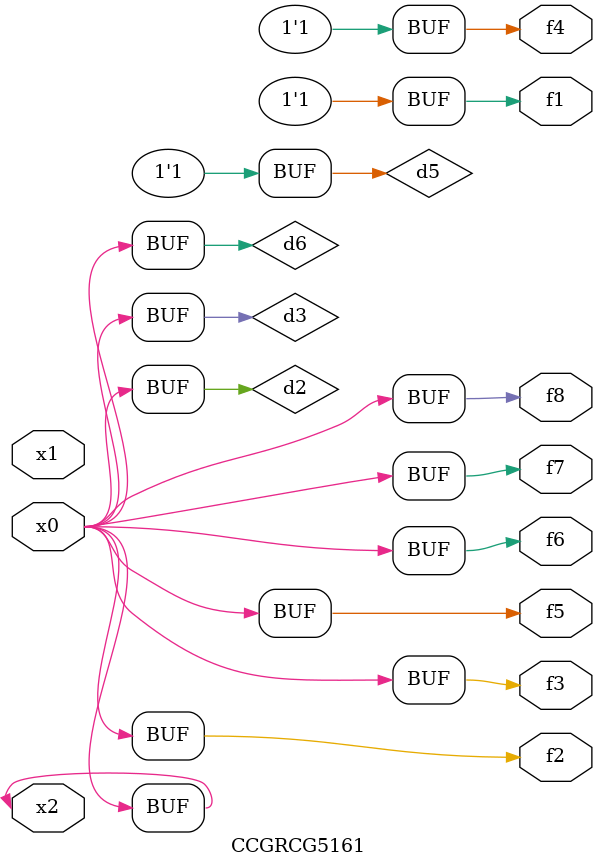
<source format=v>
module CCGRCG5161(
	input x0, x1, x2,
	output f1, f2, f3, f4, f5, f6, f7, f8
);

	wire d1, d2, d3, d4, d5, d6;

	xnor (d1, x2);
	buf (d2, x0, x2);
	and (d3, x0);
	xnor (d4, x1, x2);
	nand (d5, d1, d3);
	buf (d6, d2, d3);
	assign f1 = d5;
	assign f2 = d6;
	assign f3 = d6;
	assign f4 = d5;
	assign f5 = d6;
	assign f6 = d6;
	assign f7 = d6;
	assign f8 = d6;
endmodule

</source>
